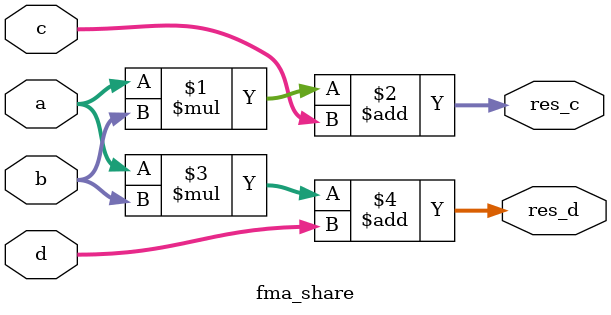
<source format=sv>
module fma_share #(
    BW = 16
)
(
    input logic [BW-1:0] a,
    input logic [BW-1:0] b,
    input logic [BW-1:0] c,
    input logic [BW-1:0] d,
    output logic [2*BW-1:0] res_c,
    output logic [2*BW-1:0] res_d
);

assign res_c = a*b + c;
assign res_d = a*b + d;

endmodule
</source>
